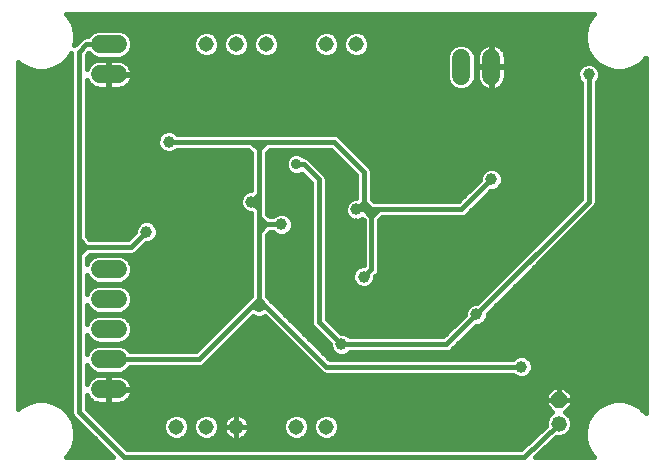
<source format=gbl>
G75*
G70*
%OFA0B0*%
%FSLAX24Y24*%
%IPPOS*%
%LPD*%
%AMOC8*
5,1,8,0,0,1.08239X$1,22.5*
%
%ADD10C,0.0594*%
%ADD11C,0.0515*%
%ADD12OC8,0.0520*%
%ADD13C,0.0520*%
%ADD14C,0.0396*%
%ADD15C,0.0160*%
%ADD16C,0.0360*%
D10*
X003383Y002930D02*
X003977Y002930D01*
X003977Y003930D02*
X003383Y003930D01*
X003383Y004930D02*
X003977Y004930D01*
X003977Y005930D02*
X003383Y005930D01*
X003383Y006930D02*
X003977Y006930D01*
X003977Y013430D02*
X003383Y013430D01*
X003383Y014430D02*
X003977Y014430D01*
X015430Y013977D02*
X015430Y013383D01*
X016430Y013383D02*
X016430Y013977D01*
D11*
X011930Y014430D03*
X010930Y014430D03*
X008930Y014430D03*
X007930Y014430D03*
X006930Y014430D03*
X006930Y001680D03*
X007930Y001680D03*
X005930Y001680D03*
X009930Y001680D03*
X010930Y001680D03*
D12*
X018680Y002580D03*
D13*
X018680Y001780D03*
D14*
X018430Y003680D03*
X017430Y003680D03*
X015930Y005430D03*
X014930Y006680D03*
X017430Y008180D03*
X016430Y009930D03*
X014430Y009430D03*
X011930Y008930D03*
X011930Y008430D03*
X012180Y006680D03*
X009430Y008430D03*
X008430Y009180D03*
X009130Y009480D03*
X010930Y010430D03*
X009430Y012680D03*
X006680Y012180D03*
X005680Y011180D03*
X005680Y010180D03*
X003680Y009930D03*
X003180Y009930D03*
X003180Y009430D03*
X003680Y009430D03*
X003680Y008930D03*
X003180Y008930D03*
X003180Y008430D03*
X003180Y008430D03*
X003680Y008430D03*
X003680Y008430D03*
X004930Y008180D03*
X006430Y008180D03*
X007430Y006680D03*
X007430Y003930D03*
X011430Y004430D03*
X014180Y002930D03*
X019930Y003680D03*
X018430Y011180D03*
X019680Y013430D03*
X014430Y012180D03*
X005430Y012930D03*
X003680Y012430D03*
X003180Y012430D03*
X003180Y011930D03*
X003680Y011930D03*
X003680Y011430D03*
X003180Y011430D03*
X003180Y010930D03*
X003680Y010930D03*
X003680Y010430D03*
X003180Y010430D03*
X001680Y010430D03*
X001180Y010430D03*
X001180Y009930D03*
X001680Y009930D03*
X001680Y009430D03*
X001180Y009430D03*
X001180Y008930D03*
X001680Y008930D03*
X001680Y008430D03*
X001180Y008430D03*
X001180Y007930D03*
X001680Y007930D03*
X002180Y007930D03*
X002180Y008430D03*
X001430Y007180D03*
X001180Y010930D03*
X001680Y010930D03*
X001680Y011430D03*
X001180Y011430D03*
X001180Y011930D03*
X001680Y011930D03*
X002180Y011930D03*
X002180Y012430D03*
X001680Y012430D03*
X001180Y012430D03*
D15*
X002334Y000736D02*
X002258Y000660D01*
X003832Y000660D01*
X002533Y001960D01*
X002460Y002033D01*
X002420Y002128D01*
X002420Y007628D01*
X002420Y007878D01*
X002420Y014135D01*
X002334Y013986D01*
X002124Y013776D01*
X001866Y013627D01*
X001579Y013550D01*
X001281Y013550D01*
X000994Y013627D01*
X000736Y013776D01*
X000660Y013852D01*
X000660Y002258D01*
X000736Y002334D01*
X000994Y002483D01*
X001281Y002560D01*
X001579Y002560D01*
X001866Y002483D01*
X002124Y002334D01*
X002334Y002124D01*
X002483Y001866D01*
X002560Y001579D01*
X002560Y001281D01*
X002483Y000994D01*
X002334Y000736D01*
X002379Y000814D02*
X003678Y000814D01*
X003520Y000973D02*
X002471Y000973D01*
X002520Y001131D02*
X003361Y001131D01*
X003203Y001290D02*
X002560Y001290D01*
X002560Y001448D02*
X003044Y001448D01*
X002886Y001607D02*
X002553Y001607D01*
X002510Y001765D02*
X002727Y001765D01*
X002569Y001924D02*
X002450Y001924D01*
X002439Y002082D02*
X002358Y002082D01*
X002420Y002241D02*
X002218Y002241D01*
X002420Y002399D02*
X002012Y002399D01*
X002420Y002558D02*
X001588Y002558D01*
X001272Y002558D02*
X000660Y002558D01*
X000660Y002716D02*
X002420Y002716D01*
X002420Y002875D02*
X000660Y002875D01*
X000660Y003033D02*
X002420Y003033D01*
X002420Y003192D02*
X000660Y003192D01*
X000660Y003350D02*
X002420Y003350D01*
X002420Y003509D02*
X000660Y003509D01*
X000660Y003667D02*
X002420Y003667D01*
X002420Y003826D02*
X000660Y003826D01*
X000660Y003984D02*
X002420Y003984D01*
X002420Y004143D02*
X000660Y004143D01*
X000660Y004301D02*
X002420Y004301D01*
X002420Y004460D02*
X000660Y004460D01*
X000660Y004618D02*
X002420Y004618D01*
X002420Y004777D02*
X000660Y004777D01*
X000660Y004935D02*
X002420Y004935D01*
X002420Y005094D02*
X000660Y005094D01*
X000660Y005252D02*
X002420Y005252D01*
X002420Y005411D02*
X000660Y005411D01*
X000660Y005569D02*
X002420Y005569D01*
X002420Y005728D02*
X000660Y005728D01*
X000660Y005886D02*
X002420Y005886D01*
X002420Y006045D02*
X000660Y006045D01*
X000660Y006203D02*
X002420Y006203D01*
X002420Y006362D02*
X000660Y006362D01*
X000660Y006520D02*
X002420Y006520D01*
X002420Y006679D02*
X000660Y006679D01*
X000660Y006837D02*
X002420Y006837D01*
X002420Y006996D02*
X000660Y006996D01*
X000660Y007154D02*
X002420Y007154D01*
X002420Y007313D02*
X000660Y007313D01*
X000660Y007471D02*
X002420Y007471D01*
X002420Y007630D02*
X000660Y007630D01*
X000660Y007788D02*
X002420Y007788D01*
X002420Y007947D02*
X000660Y007947D01*
X000660Y008105D02*
X002420Y008105D01*
X002420Y008264D02*
X000660Y008264D01*
X000660Y008422D02*
X002420Y008422D01*
X002420Y008581D02*
X000660Y008581D01*
X000660Y008739D02*
X002420Y008739D01*
X002420Y008898D02*
X000660Y008898D01*
X000660Y009056D02*
X002420Y009056D01*
X002420Y009215D02*
X000660Y009215D01*
X000660Y009373D02*
X002420Y009373D01*
X002420Y009532D02*
X000660Y009532D01*
X000660Y009690D02*
X002420Y009690D01*
X002420Y009849D02*
X000660Y009849D01*
X000660Y010007D02*
X002420Y010007D01*
X002420Y010166D02*
X000660Y010166D01*
X000660Y010324D02*
X002420Y010324D01*
X002420Y010483D02*
X000660Y010483D01*
X000660Y010641D02*
X002420Y010641D01*
X002420Y010800D02*
X000660Y010800D01*
X000660Y010958D02*
X002420Y010958D01*
X002420Y011117D02*
X000660Y011117D01*
X000660Y011275D02*
X002420Y011275D01*
X002420Y011434D02*
X000660Y011434D01*
X000660Y011592D02*
X002420Y011592D01*
X002420Y011751D02*
X000660Y011751D01*
X000660Y011909D02*
X002420Y011909D01*
X002420Y012068D02*
X000660Y012068D01*
X000660Y012226D02*
X002420Y012226D01*
X002420Y012385D02*
X000660Y012385D01*
X000660Y012543D02*
X002420Y012543D01*
X002420Y012702D02*
X000660Y012702D01*
X000660Y012860D02*
X002420Y012860D01*
X002420Y013019D02*
X000660Y013019D01*
X000660Y013177D02*
X002420Y013177D01*
X002420Y013336D02*
X000660Y013336D01*
X000660Y013494D02*
X002420Y013494D01*
X002420Y013653D02*
X001910Y013653D01*
X002159Y013811D02*
X002420Y013811D01*
X002420Y013970D02*
X002318Y013970D01*
X002416Y014128D02*
X002420Y014128D01*
X002680Y014180D02*
X002930Y014430D01*
X003680Y014430D01*
X003288Y013953D02*
X003113Y014026D01*
X003003Y014136D01*
X002940Y014072D01*
X002940Y013609D01*
X002941Y013613D01*
X002975Y013680D01*
X003019Y013741D01*
X003073Y013794D01*
X003133Y013838D01*
X003200Y013872D01*
X003271Y013895D01*
X003346Y013907D01*
X003662Y013907D01*
X003662Y013448D01*
X003698Y013448D01*
X003698Y013907D01*
X004014Y013907D01*
X004089Y013895D01*
X004160Y013872D01*
X004227Y013838D01*
X004287Y013794D01*
X004341Y013741D01*
X004385Y013680D01*
X004419Y013613D01*
X004442Y013542D01*
X004454Y013468D01*
X004454Y013448D01*
X003698Y013448D01*
X003698Y013412D01*
X004454Y013412D01*
X004454Y013392D01*
X004442Y013318D01*
X004419Y013247D01*
X004385Y013180D01*
X004341Y013119D01*
X004287Y013066D01*
X004227Y013022D01*
X004160Y012988D01*
X004089Y012965D01*
X004014Y012953D01*
X003698Y012953D01*
X003698Y013412D01*
X003662Y013412D01*
X003662Y012953D01*
X003346Y012953D01*
X003271Y012965D01*
X003200Y012988D01*
X003133Y013022D01*
X003073Y013066D01*
X003019Y013119D01*
X002975Y013180D01*
X002941Y013247D01*
X002940Y013251D01*
X002940Y008038D01*
X003038Y007940D01*
X004322Y007940D01*
X004552Y008170D01*
X004552Y008255D01*
X004609Y008394D01*
X004716Y008501D01*
X004855Y008558D01*
X005005Y008558D01*
X005144Y008501D01*
X005251Y008394D01*
X005308Y008255D01*
X005308Y008105D01*
X008420Y008105D01*
X008420Y007947D02*
X005231Y007947D01*
X005251Y007966D02*
X005308Y008105D01*
X005251Y007966D02*
X005144Y007859D01*
X005005Y007802D01*
X004920Y007802D01*
X004650Y007533D01*
X004577Y007460D01*
X004482Y007420D01*
X003038Y007420D01*
X002940Y007322D01*
X002940Y007106D01*
X002979Y007200D01*
X003113Y007334D01*
X003288Y007407D01*
X004072Y007407D01*
X004247Y007334D01*
X004381Y007200D01*
X004454Y007025D01*
X004454Y006835D01*
X004381Y006660D01*
X004247Y006526D01*
X004072Y006453D01*
X003288Y006453D01*
X003113Y006526D01*
X002979Y006660D01*
X002940Y006754D01*
X002940Y006106D01*
X002979Y006200D01*
X003113Y006334D01*
X003288Y006407D01*
X004072Y006407D01*
X004247Y006334D01*
X004381Y006200D01*
X004454Y006025D01*
X004454Y005835D01*
X004381Y005660D01*
X004247Y005526D01*
X004072Y005453D01*
X003288Y005453D01*
X003113Y005526D01*
X002979Y005660D01*
X002940Y005754D01*
X002940Y005106D01*
X002979Y005200D01*
X003113Y005334D01*
X003288Y005407D01*
X004072Y005407D01*
X004247Y005334D01*
X004381Y005200D01*
X004454Y005025D01*
X004454Y004835D01*
X004381Y004660D01*
X004247Y004526D01*
X004072Y004453D01*
X003288Y004453D01*
X003113Y004526D01*
X002979Y004660D01*
X002940Y004754D01*
X002940Y004106D01*
X002979Y004200D01*
X003113Y004334D01*
X003288Y004407D01*
X004072Y004407D01*
X004247Y004334D01*
X004381Y004200D01*
X004385Y004190D01*
X006572Y004190D01*
X008210Y005827D01*
X008283Y005900D01*
X008420Y006038D01*
X008420Y008802D01*
X008355Y008802D01*
X008216Y008859D01*
X008109Y008966D01*
X008052Y009105D01*
X008052Y009255D01*
X008109Y009394D01*
X008216Y009501D01*
X008355Y009558D01*
X008420Y009558D01*
X008420Y010822D01*
X008322Y010920D01*
X005955Y010920D01*
X005894Y010859D01*
X005755Y010802D01*
X005605Y010802D01*
X005466Y010859D01*
X005359Y010966D01*
X005302Y011105D01*
X005302Y011255D01*
X005359Y011394D01*
X005466Y011501D01*
X005605Y011558D01*
X005755Y011558D01*
X005894Y011501D01*
X005955Y011440D01*
X011232Y011440D01*
X011327Y011400D01*
X011400Y011327D01*
X012400Y010327D01*
X012440Y010232D01*
X012440Y009288D01*
X012538Y009190D01*
X015322Y009190D01*
X016052Y009920D01*
X016052Y010005D01*
X016109Y010144D01*
X016216Y010251D01*
X016355Y010308D01*
X016505Y010308D01*
X016644Y010251D01*
X016751Y010144D01*
X016808Y010005D01*
X016808Y009855D01*
X016751Y009716D01*
X016644Y009609D01*
X016505Y009552D01*
X016420Y009552D01*
X015650Y008783D01*
X015577Y008710D01*
X015482Y008670D01*
X012788Y008670D01*
X012690Y008572D01*
X012690Y006878D01*
X012650Y006783D01*
X012577Y006710D01*
X012558Y006690D01*
X012558Y006605D01*
X012501Y006466D01*
X012394Y006359D01*
X012255Y006302D01*
X012105Y006302D01*
X011966Y006359D01*
X011859Y006466D01*
X011802Y006605D01*
X011802Y006755D01*
X011859Y006894D01*
X011966Y007001D01*
X012105Y007058D01*
X012170Y007058D01*
X012170Y008572D01*
X012136Y008606D01*
X012005Y008552D01*
X011855Y008552D01*
X011716Y008609D01*
X011609Y008716D01*
X011552Y008855D01*
X011552Y009005D01*
X011609Y009144D01*
X011716Y009251D01*
X011855Y009308D01*
X011920Y009308D01*
X011920Y010072D01*
X011072Y010920D01*
X009038Y010920D01*
X008940Y010822D01*
X008940Y008788D01*
X009038Y008690D01*
X009155Y008690D01*
X009216Y008751D01*
X009355Y008808D01*
X009505Y008808D01*
X009644Y008751D01*
X009751Y008644D01*
X009808Y008505D01*
X009808Y008355D01*
X009751Y008216D01*
X009644Y008109D01*
X009505Y008052D01*
X009355Y008052D01*
X009216Y008109D01*
X009155Y008170D01*
X009038Y008170D01*
X008940Y008072D01*
X008940Y006038D01*
X009150Y005827D01*
X011038Y003940D01*
X017155Y003940D01*
X017216Y004001D01*
X017355Y004058D01*
X017505Y004058D01*
X017644Y004001D01*
X017751Y003894D01*
X017808Y003755D01*
X017808Y003605D01*
X017751Y003466D01*
X017644Y003359D01*
X017505Y003302D01*
X017355Y003302D01*
X017216Y003359D01*
X017155Y003420D01*
X010878Y003420D01*
X010783Y003460D01*
X008872Y005370D01*
X008752Y005320D01*
X008608Y005320D01*
X008488Y005370D01*
X006900Y003783D01*
X006827Y003710D01*
X006732Y003670D01*
X004385Y003670D01*
X004381Y003660D01*
X004247Y003526D01*
X004072Y003453D01*
X003288Y003453D01*
X003113Y003526D01*
X002979Y003660D01*
X002940Y003754D01*
X002940Y003109D01*
X002941Y003113D01*
X002975Y003180D01*
X003019Y003241D01*
X003073Y003294D01*
X003133Y003338D01*
X003200Y003372D01*
X003271Y003395D01*
X003346Y003407D01*
X003662Y003407D01*
X003662Y002948D01*
X003698Y002948D01*
X003698Y003407D01*
X004014Y003407D01*
X004089Y003395D01*
X004160Y003372D01*
X004227Y003338D01*
X004287Y003294D01*
X004341Y003241D01*
X004385Y003180D01*
X004419Y003113D01*
X004442Y003042D01*
X004454Y002968D01*
X004454Y002948D01*
X003698Y002948D01*
X003698Y002912D01*
X004454Y002912D01*
X004454Y002892D01*
X004442Y002818D01*
X004419Y002747D01*
X004385Y002680D01*
X004341Y002619D01*
X004287Y002566D01*
X004227Y002522D01*
X004160Y002488D01*
X004089Y002465D01*
X004014Y002453D01*
X003698Y002453D01*
X003698Y002912D01*
X003662Y002912D01*
X003662Y002453D01*
X003346Y002453D01*
X003271Y002465D01*
X003200Y002488D01*
X003133Y002522D01*
X003073Y002566D01*
X003019Y002619D01*
X002975Y002680D01*
X002941Y002747D01*
X002940Y002751D01*
X002940Y002288D01*
X004288Y000940D01*
X017426Y000940D01*
X018240Y001719D01*
X018240Y001868D01*
X018307Y002029D01*
X018431Y002153D01*
X018469Y002169D01*
X018240Y002398D01*
X018240Y002580D01*
X018680Y002580D01*
X018680Y002580D01*
X018680Y003020D01*
X018862Y003020D01*
X019120Y002762D01*
X019120Y002580D01*
X018680Y002580D01*
X018680Y002580D01*
X018680Y002580D01*
X018680Y003020D01*
X018498Y003020D01*
X018240Y002762D01*
X018240Y002580D01*
X018680Y002580D01*
X019120Y002580D01*
X019120Y002398D01*
X018891Y002169D01*
X018929Y002153D01*
X019053Y002029D01*
X019120Y001868D01*
X019120Y001692D01*
X019053Y001531D01*
X018929Y001407D01*
X018768Y001340D01*
X018596Y001340D01*
X017885Y000660D01*
X019852Y000660D01*
X019776Y000736D01*
X019627Y000994D01*
X019550Y001281D01*
X019550Y001579D01*
X019627Y001866D01*
X019776Y002124D01*
X019986Y002334D01*
X020244Y002483D01*
X020531Y002560D01*
X020829Y002560D01*
X021116Y002483D01*
X021374Y002334D01*
X021570Y002138D01*
X021570Y013972D01*
X021374Y013776D01*
X021116Y013627D01*
X020829Y013550D01*
X020531Y013550D01*
X020244Y013627D01*
X019986Y013776D01*
X019776Y013986D01*
X019627Y014244D01*
X019550Y014531D01*
X019550Y014829D01*
X019627Y015116D01*
X019776Y015374D01*
X019848Y015446D01*
X002262Y015446D01*
X002334Y015374D01*
X002483Y015116D01*
X002560Y014829D01*
X002560Y014531D01*
X002522Y014390D01*
X002533Y014400D01*
X002533Y014400D01*
X002710Y014577D01*
X002710Y014577D01*
X002783Y014650D01*
X002878Y014690D01*
X002975Y014690D01*
X002979Y014700D01*
X003113Y014834D01*
X003288Y014907D01*
X004072Y014907D01*
X004247Y014834D01*
X004381Y014700D01*
X004454Y014525D01*
X004454Y014335D01*
X004381Y014160D01*
X004247Y014026D01*
X004072Y013953D01*
X003288Y013953D01*
X003249Y013970D02*
X002940Y013970D01*
X002940Y013811D02*
X003096Y013811D01*
X002961Y013653D02*
X002940Y013653D01*
X002940Y013177D02*
X002978Y013177D01*
X002940Y013019D02*
X003140Y013019D01*
X002940Y012860D02*
X019420Y012860D01*
X019420Y012702D02*
X002940Y012702D01*
X002940Y012543D02*
X019420Y012543D01*
X019420Y012385D02*
X002940Y012385D01*
X002940Y012226D02*
X019420Y012226D01*
X019420Y012068D02*
X002940Y012068D01*
X002940Y011909D02*
X019420Y011909D01*
X019420Y011751D02*
X002940Y011751D01*
X002940Y011592D02*
X019420Y011592D01*
X019420Y011434D02*
X011247Y011434D01*
X011453Y011275D02*
X019420Y011275D01*
X019420Y011117D02*
X011611Y011117D01*
X011770Y010958D02*
X019420Y010958D01*
X019420Y010800D02*
X011928Y010800D01*
X012087Y010641D02*
X019420Y010641D01*
X019420Y010483D02*
X012245Y010483D01*
X012402Y010324D02*
X019420Y010324D01*
X019420Y010166D02*
X016729Y010166D01*
X016807Y010007D02*
X019420Y010007D01*
X019420Y009849D02*
X016806Y009849D01*
X016725Y009690D02*
X019420Y009690D01*
X019420Y009532D02*
X016399Y009532D01*
X016241Y009373D02*
X019420Y009373D01*
X019420Y009288D02*
X015940Y005808D01*
X015855Y005808D01*
X015716Y005751D01*
X015609Y005644D01*
X015552Y005505D01*
X015552Y005420D01*
X014822Y004690D01*
X011705Y004690D01*
X011644Y004751D01*
X011505Y004808D01*
X011420Y004808D01*
X010940Y005288D01*
X010940Y009982D01*
X010900Y010077D01*
X010400Y010577D01*
X010400Y010577D01*
X010327Y010650D01*
X010232Y010690D01*
X010179Y010690D01*
X010134Y010735D01*
X010002Y010790D01*
X009858Y010790D01*
X009726Y010735D01*
X009625Y010634D01*
X009570Y010502D01*
X009570Y010358D01*
X009625Y010226D01*
X009726Y010125D01*
X009858Y010070D01*
X010002Y010070D01*
X010122Y010120D01*
X010420Y009822D01*
X010420Y005128D01*
X010460Y005033D01*
X010533Y004960D01*
X011052Y004440D01*
X011052Y004355D01*
X011109Y004216D01*
X011216Y004109D01*
X011355Y004052D01*
X011505Y004052D01*
X011644Y004109D01*
X011705Y004170D01*
X014982Y004170D01*
X015077Y004210D01*
X015150Y004283D01*
X015920Y005052D01*
X016005Y005052D01*
X016144Y005109D01*
X016251Y005216D01*
X016308Y005355D01*
X016308Y005440D01*
X019900Y009033D01*
X019940Y009128D01*
X019940Y013155D01*
X020001Y013216D01*
X020058Y013355D01*
X020058Y013505D01*
X020001Y013644D01*
X019894Y013751D01*
X019755Y013808D01*
X019605Y013808D01*
X019466Y013751D01*
X019359Y013644D01*
X019302Y013505D01*
X019302Y013355D01*
X019359Y013216D01*
X019420Y013155D01*
X019420Y009288D01*
X019347Y009215D02*
X016082Y009215D01*
X015924Y009056D02*
X019188Y009056D01*
X019030Y008898D02*
X015765Y008898D01*
X015607Y008739D02*
X018871Y008739D01*
X018713Y008581D02*
X012698Y008581D01*
X012690Y008422D02*
X018554Y008422D01*
X018396Y008264D02*
X012690Y008264D01*
X012690Y008105D02*
X018237Y008105D01*
X018079Y007947D02*
X012690Y007947D01*
X012690Y007788D02*
X017920Y007788D01*
X017762Y007630D02*
X012690Y007630D01*
X012690Y007471D02*
X017603Y007471D01*
X017445Y007313D02*
X012690Y007313D01*
X012690Y007154D02*
X017286Y007154D01*
X017128Y006996D02*
X012690Y006996D01*
X012673Y006837D02*
X016969Y006837D01*
X016811Y006679D02*
X012558Y006679D01*
X012523Y006520D02*
X016652Y006520D01*
X016494Y006362D02*
X012396Y006362D01*
X011964Y006362D02*
X010940Y006362D01*
X010940Y006520D02*
X011837Y006520D01*
X011802Y006679D02*
X010940Y006679D01*
X010940Y006837D02*
X011836Y006837D01*
X011961Y006996D02*
X010940Y006996D01*
X010940Y007154D02*
X012170Y007154D01*
X012170Y007313D02*
X010940Y007313D01*
X010940Y007471D02*
X012170Y007471D01*
X012170Y007630D02*
X010940Y007630D01*
X010940Y007788D02*
X012170Y007788D01*
X012170Y007947D02*
X010940Y007947D01*
X010940Y008105D02*
X012170Y008105D01*
X012170Y008264D02*
X010940Y008264D01*
X010940Y008422D02*
X012170Y008422D01*
X012162Y008581D02*
X012074Y008581D01*
X011786Y008581D02*
X010940Y008581D01*
X010940Y008739D02*
X011600Y008739D01*
X011552Y008898D02*
X010940Y008898D01*
X010940Y009056D02*
X011573Y009056D01*
X011680Y009215D02*
X010940Y009215D01*
X010940Y009373D02*
X011920Y009373D01*
X011920Y009532D02*
X010940Y009532D01*
X010940Y009690D02*
X011920Y009690D01*
X011920Y009849D02*
X010940Y009849D01*
X010930Y010007D02*
X011920Y010007D01*
X011827Y010166D02*
X010812Y010166D01*
X010654Y010324D02*
X011668Y010324D01*
X011510Y010483D02*
X010495Y010483D01*
X010337Y010641D02*
X011351Y010641D01*
X011193Y010800D02*
X008940Y010800D01*
X008940Y010641D02*
X009632Y010641D01*
X009570Y010483D02*
X008940Y010483D01*
X008940Y010324D02*
X009584Y010324D01*
X009685Y010166D02*
X008940Y010166D01*
X008940Y010007D02*
X010235Y010007D01*
X010394Y009849D02*
X008940Y009849D01*
X008940Y009690D02*
X010420Y009690D01*
X010420Y009532D02*
X008940Y009532D01*
X008940Y009373D02*
X010420Y009373D01*
X010420Y009215D02*
X008940Y009215D01*
X008940Y009056D02*
X010420Y009056D01*
X010420Y008898D02*
X008940Y008898D01*
X008989Y008739D02*
X009204Y008739D01*
X009430Y008430D02*
X008930Y008430D01*
X008680Y008180D01*
X008680Y008430D01*
X008930Y008430D01*
X008680Y008680D01*
X008680Y008930D01*
X008430Y009180D01*
X008680Y009430D01*
X008680Y010930D01*
X008930Y011180D01*
X008680Y011180D01*
X008680Y010930D01*
X008430Y011180D01*
X005680Y011180D01*
X005399Y011434D02*
X002940Y011434D01*
X002940Y011275D02*
X005310Y011275D01*
X005302Y011117D02*
X002940Y011117D01*
X002940Y010958D02*
X005367Y010958D01*
X002940Y010800D02*
X008420Y010800D01*
X008420Y010641D02*
X002940Y010641D01*
X002940Y010483D02*
X008420Y010483D01*
X008420Y010324D02*
X002940Y010324D01*
X002940Y010166D02*
X008420Y010166D01*
X008420Y010007D02*
X002940Y010007D01*
X002940Y009849D02*
X008420Y009849D01*
X008420Y009690D02*
X002940Y009690D01*
X002940Y009532D02*
X008291Y009532D01*
X008101Y009373D02*
X002940Y009373D01*
X002940Y009215D02*
X008052Y009215D01*
X008072Y009056D02*
X002940Y009056D01*
X002940Y008898D02*
X008178Y008898D01*
X008420Y008739D02*
X002940Y008739D01*
X002940Y008581D02*
X008420Y008581D01*
X008420Y008422D02*
X005223Y008422D01*
X005305Y008264D02*
X008420Y008264D01*
X008680Y008180D02*
X008680Y005930D01*
X008680Y005680D01*
X008930Y005680D01*
X008680Y005930D01*
X008430Y005680D01*
X008680Y005680D01*
X008430Y005680D02*
X006680Y003930D01*
X003680Y003930D01*
X004087Y004460D02*
X006842Y004460D01*
X007000Y004618D02*
X004339Y004618D01*
X004429Y004777D02*
X007159Y004777D01*
X007317Y004935D02*
X004454Y004935D01*
X004425Y005094D02*
X007476Y005094D01*
X007634Y005252D02*
X004329Y005252D01*
X004290Y005569D02*
X007951Y005569D01*
X007793Y005411D02*
X002940Y005411D01*
X002940Y005569D02*
X003070Y005569D01*
X002951Y005728D02*
X002940Y005728D01*
X002940Y006203D02*
X002982Y006203D01*
X002940Y006362D02*
X003179Y006362D01*
X003127Y006520D02*
X002940Y006520D01*
X002940Y006679D02*
X002971Y006679D01*
X002960Y007154D02*
X002940Y007154D01*
X002940Y007313D02*
X003091Y007313D01*
X002930Y007680D02*
X002680Y007430D01*
X002680Y007680D01*
X002930Y007680D01*
X002680Y007930D01*
X002680Y014180D01*
X002577Y014445D02*
X002537Y014445D01*
X002560Y014604D02*
X002736Y014604D01*
X002560Y014762D02*
X003041Y014762D01*
X002535Y014921D02*
X019575Y014921D01*
X019550Y014762D02*
X012217Y014762D01*
X012178Y014801D02*
X012301Y014678D01*
X012367Y014517D01*
X012367Y014343D01*
X012301Y014182D01*
X012178Y014059D01*
X012017Y013993D01*
X011843Y013993D01*
X011682Y014059D01*
X011559Y014182D01*
X011493Y014343D01*
X011493Y014517D01*
X011559Y014678D01*
X011682Y014801D01*
X011843Y014867D01*
X012017Y014867D01*
X012178Y014801D01*
X012332Y014604D02*
X019550Y014604D01*
X019573Y014445D02*
X016522Y014445D01*
X016542Y014442D02*
X016468Y014454D01*
X016448Y014454D01*
X016448Y013698D01*
X016907Y013698D01*
X016907Y014014D01*
X016895Y014089D01*
X016872Y014160D01*
X016838Y014227D01*
X016794Y014287D01*
X016741Y014341D01*
X016680Y014385D01*
X016613Y014419D01*
X016542Y014442D01*
X016448Y014445D02*
X016412Y014445D01*
X016412Y014454D02*
X016392Y014454D01*
X016318Y014442D01*
X016247Y014419D01*
X016180Y014385D01*
X016119Y014341D01*
X016066Y014287D01*
X016022Y014227D01*
X015988Y014160D01*
X015965Y014089D01*
X015953Y014014D01*
X015953Y013698D01*
X016412Y013698D01*
X016412Y013662D01*
X016448Y013662D01*
X016448Y013698D01*
X016412Y013698D01*
X016412Y014454D01*
X016338Y014445D02*
X015546Y014445D01*
X015525Y014454D02*
X015335Y014454D01*
X015160Y014381D01*
X015026Y014247D01*
X014953Y014072D01*
X014953Y013288D01*
X015026Y013113D01*
X015160Y012979D01*
X015335Y012906D01*
X015525Y012906D01*
X015700Y012979D01*
X015834Y013113D01*
X015907Y013288D01*
X015907Y014072D01*
X015834Y014247D01*
X015700Y014381D01*
X015525Y014454D01*
X015314Y014445D02*
X012367Y014445D01*
X012344Y014287D02*
X015065Y014287D01*
X014976Y014128D02*
X012247Y014128D01*
X011613Y014128D02*
X011247Y014128D01*
X011301Y014182D02*
X011178Y014059D01*
X011017Y013993D01*
X010843Y013993D01*
X010682Y014059D01*
X010559Y014182D01*
X010493Y014343D01*
X010493Y014517D01*
X010559Y014678D01*
X010682Y014801D01*
X010843Y014867D01*
X011017Y014867D01*
X011178Y014801D01*
X011301Y014678D01*
X011367Y014517D01*
X011367Y014343D01*
X011301Y014182D01*
X011344Y014287D02*
X011516Y014287D01*
X011493Y014445D02*
X011367Y014445D01*
X011332Y014604D02*
X011528Y014604D01*
X011643Y014762D02*
X011217Y014762D01*
X010643Y014762D02*
X009217Y014762D01*
X009178Y014801D02*
X009017Y014867D01*
X008843Y014867D01*
X008682Y014801D01*
X008559Y014678D01*
X008493Y014517D01*
X008493Y014343D01*
X008559Y014182D01*
X008682Y014059D01*
X008843Y013993D01*
X009017Y013993D01*
X009178Y014059D01*
X009301Y014182D01*
X009367Y014343D01*
X009367Y014517D01*
X009301Y014678D01*
X009178Y014801D01*
X009332Y014604D02*
X010528Y014604D01*
X010493Y014445D02*
X009367Y014445D01*
X009344Y014287D02*
X010516Y014287D01*
X010613Y014128D02*
X009247Y014128D01*
X008613Y014128D02*
X008247Y014128D01*
X008301Y014182D02*
X008367Y014343D01*
X008367Y014517D01*
X008301Y014678D01*
X008178Y014801D01*
X008017Y014867D01*
X007843Y014867D01*
X007682Y014801D01*
X007559Y014678D01*
X007493Y014517D01*
X007493Y014343D01*
X007559Y014182D01*
X007682Y014059D01*
X007843Y013993D01*
X008017Y013993D01*
X008178Y014059D01*
X008301Y014182D01*
X008344Y014287D02*
X008516Y014287D01*
X008493Y014445D02*
X008367Y014445D01*
X008332Y014604D02*
X008528Y014604D01*
X008643Y014762D02*
X008217Y014762D01*
X007643Y014762D02*
X007217Y014762D01*
X007178Y014801D02*
X007017Y014867D01*
X006843Y014867D01*
X006682Y014801D01*
X006559Y014678D01*
X006493Y014517D01*
X006493Y014343D01*
X006559Y014182D01*
X006682Y014059D01*
X006843Y013993D01*
X007017Y013993D01*
X007178Y014059D01*
X007301Y014182D01*
X007367Y014343D01*
X007367Y014517D01*
X007301Y014678D01*
X007178Y014801D01*
X007332Y014604D02*
X007528Y014604D01*
X007493Y014445D02*
X007367Y014445D01*
X007344Y014287D02*
X007516Y014287D01*
X007613Y014128D02*
X007247Y014128D01*
X006613Y014128D02*
X004349Y014128D01*
X004434Y014287D02*
X006516Y014287D01*
X006493Y014445D02*
X004454Y014445D01*
X004421Y014604D02*
X006528Y014604D01*
X006643Y014762D02*
X004319Y014762D01*
X004111Y013970D02*
X014953Y013970D01*
X014953Y013811D02*
X004264Y013811D01*
X004399Y013653D02*
X014953Y013653D01*
X014953Y013494D02*
X004450Y013494D01*
X004445Y013336D02*
X014953Y013336D01*
X014999Y013177D02*
X004382Y013177D01*
X004220Y013019D02*
X015120Y013019D01*
X015740Y013019D02*
X016121Y013019D01*
X016119Y013019D02*
X016180Y012975D01*
X016247Y012941D01*
X016318Y012918D01*
X016392Y012906D01*
X016412Y012906D01*
X016412Y013662D01*
X015953Y013662D01*
X015953Y013346D01*
X015965Y013271D01*
X015988Y013200D01*
X016022Y013133D01*
X016066Y013073D01*
X016119Y013019D01*
X016000Y013177D02*
X015861Y013177D01*
X015907Y013336D02*
X015955Y013336D01*
X015953Y013494D02*
X015907Y013494D01*
X015907Y013653D02*
X015953Y013653D01*
X015953Y013811D02*
X015907Y013811D01*
X015907Y013970D02*
X015953Y013970D01*
X015978Y014128D02*
X015884Y014128D01*
X015795Y014287D02*
X016066Y014287D01*
X016412Y014287D02*
X016448Y014287D01*
X016448Y014128D02*
X016412Y014128D01*
X016412Y013970D02*
X016448Y013970D01*
X016448Y013811D02*
X016412Y013811D01*
X016448Y013662D02*
X016907Y013662D01*
X016907Y013346D01*
X016895Y013271D01*
X016872Y013200D01*
X016838Y013133D01*
X016794Y013073D01*
X016741Y013019D01*
X016680Y012975D01*
X016613Y012941D01*
X016542Y012918D01*
X016468Y012906D01*
X016448Y012906D01*
X016448Y013662D01*
X016448Y013653D02*
X016412Y013653D01*
X016412Y013494D02*
X016448Y013494D01*
X016448Y013336D02*
X016412Y013336D01*
X016412Y013177D02*
X016448Y013177D01*
X016448Y013019D02*
X016412Y013019D01*
X016739Y013019D02*
X019420Y013019D01*
X019398Y013177D02*
X016860Y013177D01*
X016905Y013336D02*
X019310Y013336D01*
X019302Y013494D02*
X016907Y013494D01*
X016907Y013653D02*
X019368Y013653D01*
X019680Y013430D02*
X019680Y009180D01*
X015930Y005430D01*
X014930Y004430D01*
X011430Y004430D01*
X010680Y005180D01*
X010680Y009930D01*
X010180Y010430D01*
X009930Y010430D01*
X008930Y011180D02*
X011180Y011180D01*
X012180Y010180D01*
X012180Y009180D01*
X012180Y008930D01*
X012430Y008680D01*
X012680Y008930D01*
X012430Y008930D01*
X012430Y008680D01*
X012430Y006930D01*
X012180Y006680D01*
X010940Y006203D02*
X016335Y006203D01*
X016177Y006045D02*
X010940Y006045D01*
X010940Y005886D02*
X016018Y005886D01*
X015693Y005728D02*
X010940Y005728D01*
X010940Y005569D02*
X015578Y005569D01*
X015543Y005411D02*
X010940Y005411D01*
X010976Y005252D02*
X015384Y005252D01*
X015226Y005094D02*
X011134Y005094D01*
X011293Y004935D02*
X015067Y004935D01*
X014909Y004777D02*
X011582Y004777D01*
X011033Y004460D02*
X010518Y004460D01*
X010360Y004618D02*
X010874Y004618D01*
X010716Y004777D02*
X010201Y004777D01*
X010043Y004935D02*
X010557Y004935D01*
X010533Y004960D02*
X010533Y004960D01*
X010434Y005094D02*
X009884Y005094D01*
X009726Y005252D02*
X010420Y005252D01*
X010420Y005411D02*
X009567Y005411D01*
X009409Y005569D02*
X010420Y005569D01*
X010420Y005728D02*
X009250Y005728D01*
X009092Y005886D02*
X010420Y005886D01*
X010420Y006045D02*
X008940Y006045D01*
X008940Y006203D02*
X010420Y006203D01*
X010420Y006362D02*
X008940Y006362D01*
X008940Y006520D02*
X010420Y006520D01*
X010420Y006679D02*
X008940Y006679D01*
X008940Y006837D02*
X010420Y006837D01*
X010420Y006996D02*
X008940Y006996D01*
X008940Y007154D02*
X010420Y007154D01*
X010420Y007313D02*
X008940Y007313D01*
X008940Y007471D02*
X010420Y007471D01*
X010420Y007630D02*
X008940Y007630D01*
X008940Y007788D02*
X010420Y007788D01*
X010420Y007947D02*
X008940Y007947D01*
X008973Y008105D02*
X009227Y008105D01*
X009633Y008105D02*
X010420Y008105D01*
X010420Y008264D02*
X009770Y008264D01*
X009808Y008422D02*
X010420Y008422D01*
X010420Y008581D02*
X009777Y008581D01*
X009656Y008739D02*
X010420Y008739D01*
X011930Y008930D02*
X012180Y009180D01*
X012430Y008930D01*
X012180Y008930D01*
X011930Y008930D01*
X012513Y009215D02*
X015347Y009215D01*
X015505Y009373D02*
X012440Y009373D01*
X012440Y009532D02*
X015664Y009532D01*
X015822Y009690D02*
X012440Y009690D01*
X012440Y009849D02*
X015981Y009849D01*
X016053Y010007D02*
X012440Y010007D01*
X012440Y010166D02*
X016131Y010166D01*
X016430Y009930D02*
X015430Y008930D01*
X012680Y008930D01*
X008680Y008930D02*
X008680Y009180D01*
X008430Y009180D01*
X008680Y009180D02*
X008680Y009430D01*
X008680Y008680D02*
X008680Y008430D01*
X008420Y007788D02*
X004906Y007788D01*
X004747Y007630D02*
X008420Y007630D01*
X008420Y007471D02*
X004589Y007471D01*
X004430Y007680D02*
X002930Y007680D01*
X002680Y007680D02*
X002680Y007930D01*
X002940Y008105D02*
X004487Y008105D01*
X004555Y008264D02*
X002940Y008264D01*
X002940Y008422D02*
X004637Y008422D01*
X004930Y008180D02*
X004430Y007680D01*
X004329Y007947D02*
X003031Y007947D01*
X002680Y007430D02*
X002680Y002180D01*
X004180Y000680D01*
X017530Y000680D01*
X018680Y001780D01*
X019000Y002082D02*
X019752Y002082D01*
X019660Y001924D02*
X019097Y001924D01*
X019120Y001765D02*
X019600Y001765D01*
X019557Y001607D02*
X019084Y001607D01*
X018970Y001448D02*
X019550Y001448D01*
X019550Y001290D02*
X018543Y001290D01*
X018378Y001131D02*
X019590Y001131D01*
X019639Y000973D02*
X018212Y000973D01*
X018046Y000814D02*
X019731Y000814D01*
X018240Y001765D02*
X011367Y001765D01*
X011367Y001767D02*
X011301Y001928D01*
X011178Y002051D01*
X011017Y002117D01*
X010843Y002117D01*
X010682Y002051D01*
X010559Y001928D01*
X010493Y001767D01*
X010493Y001593D01*
X010559Y001432D01*
X010682Y001309D01*
X010843Y001243D01*
X011017Y001243D01*
X011178Y001309D01*
X011301Y001432D01*
X011367Y001593D01*
X011367Y001767D01*
X011367Y001607D02*
X018122Y001607D01*
X017957Y001448D02*
X011307Y001448D01*
X011130Y001290D02*
X017791Y001290D01*
X017625Y001131D02*
X004097Y001131D01*
X004255Y000973D02*
X017460Y000973D01*
X018263Y001924D02*
X011303Y001924D01*
X011103Y002082D02*
X018360Y002082D01*
X018397Y002241D02*
X002987Y002241D01*
X002940Y002399D02*
X018240Y002399D01*
X018240Y002558D02*
X004275Y002558D01*
X004403Y002716D02*
X018240Y002716D01*
X018352Y002875D02*
X004451Y002875D01*
X004443Y003033D02*
X021570Y003033D01*
X021570Y002875D02*
X019008Y002875D01*
X019120Y002716D02*
X021570Y002716D01*
X021570Y002558D02*
X020838Y002558D01*
X021262Y002399D02*
X021570Y002399D01*
X021570Y002241D02*
X021468Y002241D01*
X020522Y002558D02*
X019120Y002558D01*
X019120Y002399D02*
X020098Y002399D01*
X019892Y002241D02*
X018963Y002241D01*
X018680Y002716D02*
X018680Y002716D01*
X018680Y002875D02*
X018680Y002875D01*
X017768Y003509D02*
X021570Y003509D01*
X021570Y003667D02*
X017808Y003667D01*
X017779Y003826D02*
X021570Y003826D01*
X021570Y003984D02*
X017661Y003984D01*
X017430Y003680D02*
X010930Y003680D01*
X008930Y005680D01*
X008420Y006045D02*
X004446Y006045D01*
X004454Y005886D02*
X008268Y005886D01*
X008110Y005728D02*
X004409Y005728D01*
X004378Y006203D02*
X008420Y006203D01*
X008420Y006362D02*
X004181Y006362D01*
X004233Y006520D02*
X008420Y006520D01*
X008420Y006679D02*
X004389Y006679D01*
X004454Y006837D02*
X008420Y006837D01*
X008420Y006996D02*
X004454Y006996D01*
X004400Y007154D02*
X008420Y007154D01*
X008420Y007313D02*
X004269Y007313D01*
X003031Y005252D02*
X002940Y005252D01*
X002940Y004618D02*
X003021Y004618D01*
X002940Y004460D02*
X003273Y004460D01*
X003080Y004301D02*
X002940Y004301D01*
X002940Y004143D02*
X002955Y004143D01*
X002940Y003667D02*
X002976Y003667D01*
X002940Y003509D02*
X003155Y003509D01*
X003157Y003350D02*
X002940Y003350D01*
X002940Y003192D02*
X002984Y003192D01*
X002957Y002716D02*
X002940Y002716D01*
X002940Y002558D02*
X003085Y002558D01*
X003146Y002082D02*
X005757Y002082D01*
X005682Y002051D02*
X005559Y001928D01*
X005493Y001767D01*
X005493Y001593D01*
X005559Y001432D01*
X005682Y001309D01*
X005843Y001243D01*
X006017Y001243D01*
X006178Y001309D01*
X006301Y001432D01*
X006367Y001593D01*
X006367Y001767D01*
X006301Y001928D01*
X006178Y002051D01*
X006017Y002117D01*
X005843Y002117D01*
X005682Y002051D01*
X005557Y001924D02*
X003304Y001924D01*
X003463Y001765D02*
X005493Y001765D01*
X005493Y001607D02*
X003621Y001607D01*
X003780Y001448D02*
X005553Y001448D01*
X005730Y001290D02*
X003938Y001290D01*
X003698Y002558D02*
X003662Y002558D01*
X003662Y002716D02*
X003698Y002716D01*
X003698Y002875D02*
X003662Y002875D01*
X003662Y003033D02*
X003698Y003033D01*
X003698Y003192D02*
X003662Y003192D01*
X003662Y003350D02*
X003698Y003350D01*
X004203Y003350D02*
X017239Y003350D01*
X017621Y003350D02*
X021570Y003350D01*
X021570Y003192D02*
X004376Y003192D01*
X004205Y003509D02*
X010734Y003509D01*
X010575Y003667D02*
X004384Y003667D01*
X004280Y004301D02*
X006683Y004301D01*
X007102Y003984D02*
X010258Y003984D01*
X010100Y004143D02*
X007260Y004143D01*
X007419Y004301D02*
X009941Y004301D01*
X009783Y004460D02*
X007577Y004460D01*
X007736Y004618D02*
X009624Y004618D01*
X009466Y004777D02*
X007894Y004777D01*
X008053Y004935D02*
X009307Y004935D01*
X009149Y005094D02*
X008211Y005094D01*
X008370Y005252D02*
X008990Y005252D01*
X010677Y004301D02*
X011074Y004301D01*
X011183Y004143D02*
X010835Y004143D01*
X010994Y003984D02*
X017199Y003984D01*
X015803Y004935D02*
X021570Y004935D01*
X021570Y004777D02*
X015644Y004777D01*
X015486Y004618D02*
X021570Y004618D01*
X021570Y004460D02*
X015327Y004460D01*
X015169Y004301D02*
X021570Y004301D01*
X021570Y004143D02*
X011677Y004143D01*
X010417Y003826D02*
X006943Y003826D01*
X007017Y002117D02*
X006843Y002117D01*
X006682Y002051D01*
X006559Y001928D01*
X006493Y001767D01*
X006493Y001593D01*
X006559Y001432D01*
X006682Y001309D01*
X006843Y001243D01*
X007017Y001243D01*
X007178Y001309D01*
X007301Y001432D01*
X007367Y001593D01*
X007367Y001767D01*
X007301Y001928D01*
X007178Y002051D01*
X007017Y002117D01*
X007103Y002082D02*
X007755Y002082D01*
X007762Y002085D02*
X007701Y002054D01*
X007645Y002014D01*
X007596Y001965D01*
X007556Y001909D01*
X007525Y001848D01*
X007503Y001782D01*
X007493Y001714D01*
X007493Y001680D01*
X007493Y001646D01*
X007503Y001578D01*
X007525Y001512D01*
X007556Y001451D01*
X007596Y001395D01*
X007645Y001346D01*
X007701Y001306D01*
X007762Y001275D01*
X007828Y001253D01*
X007896Y001243D01*
X007930Y001243D01*
X007964Y001243D01*
X008032Y001253D01*
X008098Y001275D01*
X008159Y001306D01*
X008215Y001346D01*
X008264Y001395D01*
X008304Y001451D01*
X008335Y001512D01*
X008357Y001578D01*
X008367Y001646D01*
X008367Y001680D01*
X007930Y001680D01*
X008367Y001680D01*
X008367Y001714D01*
X008357Y001782D01*
X008335Y001848D01*
X008304Y001909D01*
X008264Y001965D01*
X008215Y002014D01*
X008159Y002054D01*
X008098Y002085D01*
X008032Y002107D01*
X007964Y002117D01*
X007930Y002117D01*
X007896Y002117D01*
X007828Y002107D01*
X007762Y002085D01*
X007930Y002082D02*
X007930Y002082D01*
X007930Y002117D02*
X007930Y001680D01*
X007930Y001680D01*
X007930Y001680D01*
X007930Y002117D01*
X008105Y002082D02*
X009757Y002082D01*
X009682Y002051D02*
X009559Y001928D01*
X009493Y001767D01*
X009493Y001593D01*
X009559Y001432D01*
X009682Y001309D01*
X009843Y001243D01*
X010017Y001243D01*
X010178Y001309D01*
X010301Y001432D01*
X010367Y001593D01*
X010367Y001767D01*
X010301Y001928D01*
X010178Y002051D01*
X010017Y002117D01*
X009843Y002117D01*
X009682Y002051D01*
X009557Y001924D02*
X008294Y001924D01*
X008359Y001765D02*
X009493Y001765D01*
X009493Y001607D02*
X008361Y001607D01*
X008302Y001448D02*
X009553Y001448D01*
X009730Y001290D02*
X008127Y001290D01*
X007930Y001290D02*
X007930Y001290D01*
X007930Y001243D02*
X007930Y001680D01*
X007930Y001680D01*
X007930Y001680D01*
X007493Y001680D01*
X007930Y001680D01*
X007930Y001243D01*
X007733Y001290D02*
X007130Y001290D01*
X007307Y001448D02*
X007558Y001448D01*
X007499Y001607D02*
X007367Y001607D01*
X007367Y001765D02*
X007501Y001765D01*
X007566Y001924D02*
X007303Y001924D01*
X006757Y002082D02*
X006103Y002082D01*
X006303Y001924D02*
X006557Y001924D01*
X006493Y001765D02*
X006367Y001765D01*
X006367Y001607D02*
X006493Y001607D01*
X006553Y001448D02*
X006307Y001448D01*
X006130Y001290D02*
X006730Y001290D01*
X007930Y001448D02*
X007930Y001448D01*
X007930Y001607D02*
X007930Y001607D01*
X007930Y001765D02*
X007930Y001765D01*
X007930Y001924D02*
X007930Y001924D01*
X010103Y002082D02*
X010757Y002082D01*
X010557Y001924D02*
X010303Y001924D01*
X010367Y001765D02*
X010493Y001765D01*
X010493Y001607D02*
X010367Y001607D01*
X010307Y001448D02*
X010553Y001448D01*
X010730Y001290D02*
X010130Y001290D01*
X016106Y005094D02*
X021570Y005094D01*
X021570Y005252D02*
X016266Y005252D01*
X016308Y005411D02*
X021570Y005411D01*
X021570Y005569D02*
X016437Y005569D01*
X016595Y005728D02*
X021570Y005728D01*
X021570Y005886D02*
X016754Y005886D01*
X016912Y006045D02*
X021570Y006045D01*
X021570Y006203D02*
X017071Y006203D01*
X017229Y006362D02*
X021570Y006362D01*
X021570Y006520D02*
X017388Y006520D01*
X017546Y006679D02*
X021570Y006679D01*
X021570Y006837D02*
X017705Y006837D01*
X017863Y006996D02*
X021570Y006996D01*
X021570Y007154D02*
X018022Y007154D01*
X018180Y007313D02*
X021570Y007313D01*
X021570Y007471D02*
X018339Y007471D01*
X018497Y007630D02*
X021570Y007630D01*
X021570Y007788D02*
X018656Y007788D01*
X018814Y007947D02*
X021570Y007947D01*
X021570Y008105D02*
X018973Y008105D01*
X019131Y008264D02*
X021570Y008264D01*
X021570Y008422D02*
X019290Y008422D01*
X019448Y008581D02*
X021570Y008581D01*
X021570Y008739D02*
X019607Y008739D01*
X019765Y008898D02*
X021570Y008898D01*
X021570Y009056D02*
X019910Y009056D01*
X019940Y009215D02*
X021570Y009215D01*
X021570Y009373D02*
X019940Y009373D01*
X019940Y009532D02*
X021570Y009532D01*
X021570Y009690D02*
X019940Y009690D01*
X019940Y009849D02*
X021570Y009849D01*
X021570Y010007D02*
X019940Y010007D01*
X019940Y010166D02*
X021570Y010166D01*
X021570Y010324D02*
X019940Y010324D01*
X019940Y010483D02*
X021570Y010483D01*
X021570Y010641D02*
X019940Y010641D01*
X019940Y010800D02*
X021570Y010800D01*
X021570Y010958D02*
X019940Y010958D01*
X019940Y011117D02*
X021570Y011117D01*
X021570Y011275D02*
X019940Y011275D01*
X019940Y011434D02*
X021570Y011434D01*
X021570Y011592D02*
X019940Y011592D01*
X019940Y011751D02*
X021570Y011751D01*
X021570Y011909D02*
X019940Y011909D01*
X019940Y012068D02*
X021570Y012068D01*
X021570Y012226D02*
X019940Y012226D01*
X019940Y012385D02*
X021570Y012385D01*
X021570Y012543D02*
X019940Y012543D01*
X019940Y012702D02*
X021570Y012702D01*
X021570Y012860D02*
X019940Y012860D01*
X019940Y013019D02*
X021570Y013019D01*
X021570Y013177D02*
X019962Y013177D01*
X020050Y013336D02*
X021570Y013336D01*
X021570Y013494D02*
X020058Y013494D01*
X019992Y013653D02*
X020200Y013653D01*
X019951Y013811D02*
X016907Y013811D01*
X016907Y013970D02*
X019792Y013970D01*
X019694Y014128D02*
X016882Y014128D01*
X016794Y014287D02*
X019616Y014287D01*
X019617Y015079D02*
X002493Y015079D01*
X002413Y015238D02*
X019697Y015238D01*
X019798Y015396D02*
X002312Y015396D01*
X002996Y014128D02*
X003011Y014128D01*
X003662Y013811D02*
X003698Y013811D01*
X003698Y013653D02*
X003662Y013653D01*
X003662Y013494D02*
X003698Y013494D01*
X003698Y013336D02*
X003662Y013336D01*
X003662Y013177D02*
X003698Y013177D01*
X003698Y013019D02*
X003662Y013019D01*
X000950Y013653D02*
X000660Y013653D01*
X000660Y013811D02*
X000701Y013811D01*
X008430Y011180D02*
X008680Y011180D01*
X000848Y002399D02*
X000660Y002399D01*
X021160Y013653D02*
X021570Y013653D01*
X021570Y013811D02*
X021409Y013811D01*
X021568Y013970D02*
X021570Y013970D01*
D16*
X009930Y010430D03*
X008680Y005680D03*
M02*

</source>
